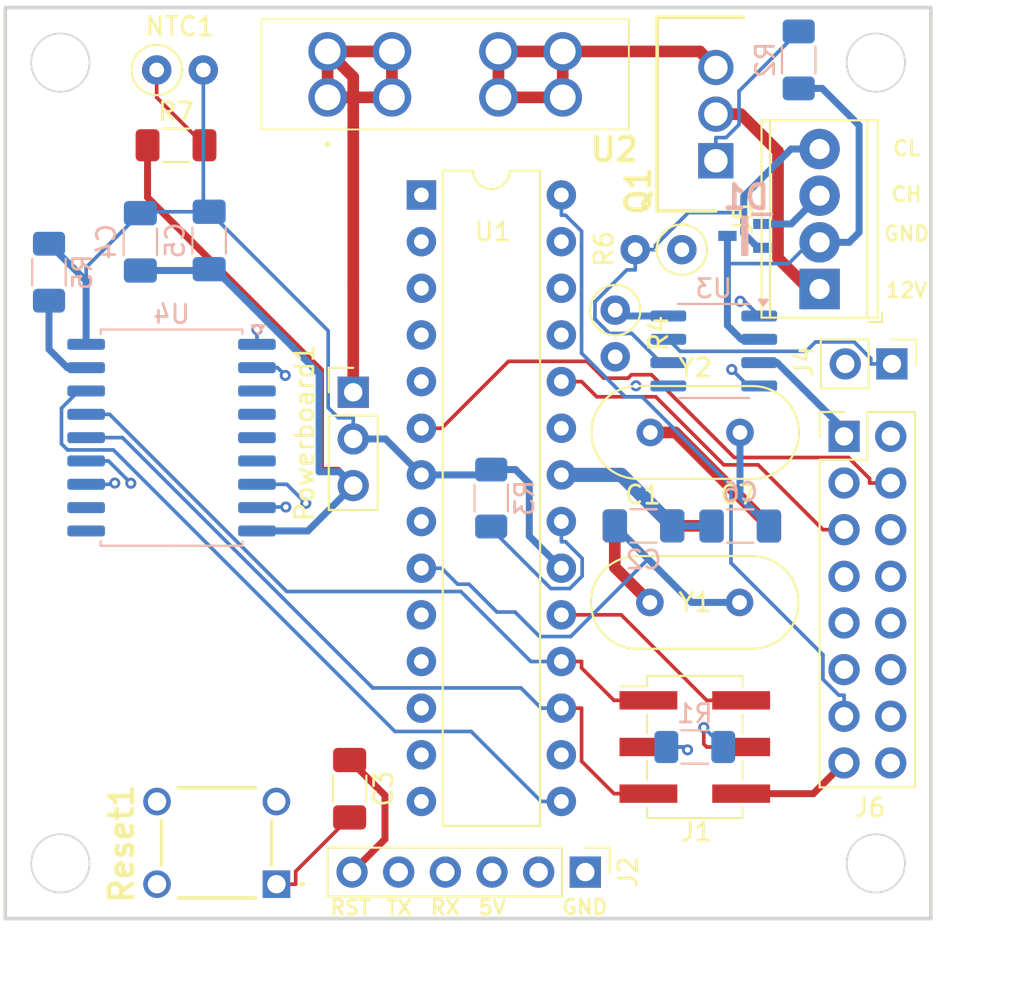
<source format=kicad_pcb>
(kicad_pcb (version 20240108) (generator "pcbnew") (generator_version "8.0")
  (layers (0 "F.Cu" signal) (1 "In1.Cu" signal) (2 "In2.Cu" signal) (31 "B.Cu" signal) (34 "B.Paste" user) (35 "F.Paste" user) (36 "B.SilkS" user "B.Silkscreen") (37 "F.SilkS" user "F.Silkscreen") (38 "B.Mask" user) (39 "F.Mask" user) (44 "Edge.Cuts" user))
  (net 0 "")
  (net 1 "GND")
  (net 2 "Net-(U1-XTAL2{slash}PB7)")
  (net 3 "Net-(U1-XTAL1{slash}PB6)")
  (net 4 "/BareMinAtmel328P/RESET")
  (net 5 "Net-(J2-Pin_6)")
  (net 6 "+5V")
  (net 7 "Net-(U4-OSC2)")
  (net 8 "Net-(U4-OSC1)")
  (net 9 "CANBUS_L")
  (net 10 "CANBUS_H")
  (net 11 "/BareMinAtmel328P/PB5-D13-SCK")
  (net 12 "/BareMinAtmel328P/PB3-D11-MOSI")
  (net 13 "/BareMinAtmel328P/PB4-D12-MISO")
  (net 15 "/BareMinAtmel328P/PD0-RX")
  (net 16 "/BareMinAtmel328P/PD1-TX")
  (net 17 "Net-(J4-Pin_2)")
  (net 18 "Net-(J5-Pin_1)")
  (net 19 "+VDC")
  (net 20 "/BareMinAtmel328P/PC2-A2")
  (net 21 "/BareMinAtmel328P/PD4-D4")
  (net 22 "/BareMinAtmel328P/PB0-D8")
  (net 23 "/BareMinAtmel328P/PC4-A4-SDA")
  (net 24 "/BareMinAtmel328P/PD7-D7")
  (net 25 "/BareMinAtmel328P/PD6-D6")
  (net 26 "/BareMinAtmel328P/PC1-A1")
  (net 27 "/BareMinAtmel328P/PB2-D10-SS")
  (net 28 "/BareMinAtmel328P/PC5-A5-SCL")
  (net 29 "/BareMinAtmel328P/PD3-D3")
  (net 30 "/BareMinAtmel328P/PD5-D5")
  (net 31 "/BareMinAtmel328P/PC3-A3")
  (net 32 "/BareMinAtmel328P/PC0-A0")
  (net 33 "Net-(Q1-Pad1)")
  (net 34 "Net-(Q1-Pad3)")
  (net 35 "/BareMinAtmel328P/AREF")
  (net 36 "Net-(U3-Rs)")
  (net 37 "Net-(U4-~{RESET})")
  (net 40 "/BareMinAtmel328P/PB1-D9")
  (net 41 "/BareMinAtmel328P/PD2-D2")
  (net 43 "/CANBUS-MCP2515/RXtoCANTC")
  (net 44 "/CANBUS-MCP2515/TXtoCANTC")
  (footprint "Capacitor_SMD:C_1206_3216Metric_Pad1.33x1.80mm_HandSolder" (layer "F.Cu") (at 118.7504 92.934 -90)
    (property "Reference" "C3" (at 0 -1.85 90) (layer "F.SilkS"))
    (property "Value" "100nf")
    (pad "1" smd roundrect (at -1.5625 0 270) (size 1.325 1.8) (layers "F.Cu" "F.Paste" "F.Mask") (roundrect_rratio 0.188679) (net 5 "Net-(J2-Pin_6)"))
    (pad "2" smd roundrect (at 1.5625 0 270) (size 1.325 1.8) (layers "F.Cu" "F.Paste" "F.Mask") (roundrect_rratio 0.188679) (net 4 "/BareMinAtmel328P/RESET"))
  )
  (footprint "Connector_PinHeader_2.54mm:PinHeader_2x08_P2.54mm_Vertical" (layer "F.Cu") (at 145.6707 73.7502)
    (property "Reference" "J6" (at 1.408795 20.221635 0) (layer "F.SilkS"))
    (property "Value" "Conn_02x08_Odd_Even")
    (pad "1" thru_hole rect (at 0 0) (size 1.7 1.7) (drill 1) (layers "*.Cu" "*.Mask") (net 6 "+5V"))
    (pad "2" thru_hole oval (at 2.54 0) (size 1.7 1.7) (drill 1) (layers "*.Cu" "*.Mask") (net 29 "/BareMinAtmel328P/PD3-D3"))
    (pad "3" thru_hole oval (at 0 2.54) (size 1.7 1.7) (drill 1) (layers "*.Cu" "*.Mask") (net 19 "+VDC"))
    (pad "4" thru_hole oval (at 2.54 2.54) (size 1.7 1.7) (drill 1) (layers "*.Cu" "*.Mask") (net 21 "/BareMinAtmel328P/PD4-D4"))
    (pad "5" thru_hole oval (at 0 5.08) (size 1.7 1.7) (drill 1) (layers "*.Cu" "*.Mask") (net 26 "/BareMinAtmel328P/PC1-A1"))
    (pad "6" thru_hole oval (at 2.54 5.08) (size 1.7 1.7) (drill 1) (layers "*.Cu" "*.Mask") (net 30 "/BareMinAtmel328P/PD5-D5"))
    (pad "7" thru_hole oval (at 0 7.62) (size 1.7 1.7) (drill 1) (layers "*.Cu" "*.Mask") (net 20 "/BareMinAtmel328P/PC2-A2"))
    (pad "8" thru_hole oval (at 2.54 7.62) (size 1.7 1.7) (drill 1) (layers "*.Cu" "*.Mask") (net 25 "/BareMinAtmel328P/PD6-D6"))
    (pad "9" thru_hole oval (at 0 10.16) (size 1.7 1.7) (drill 1) (layers "*.Cu" "*.Mask") (net 31 "/BareMinAtmel328P/PC3-A3"))
    (pad "10" thru_hole oval (at 2.54 10.16) (size 1.7 1.7) (drill 1) (layers "*.Cu" "*.Mask") (net 24 "/BareMinAtmel328P/PD7-D7"))
    (pad "11" thru_hole oval (at 0 12.7) (size 1.7 1.7) (drill 1) (layers "*.Cu" "*.Mask") (net 23 "/BareMinAtmel328P/PC4-A4-SDA"))
    (pad "12" thru_hole oval (at 2.54 12.7) (size 1.7 1.7) (drill 1) (layers "*.Cu" "*.Mask") (net 22 "/BareMinAtmel328P/PB0-D8"))
    (pad "13" thru_hole oval (at 0 15.24) (size 1.7 1.7) (drill 1) (layers "*.Cu" "*.Mask") (net 28 "/BareMinAtmel328P/PC5-A5-SCL"))
    (pad "14" thru_hole oval (at 2.54 15.24) (size 1.7 1.7) (drill 1) (layers "*.Cu" "*.Mask") (net 27 "/BareMinAtmel328P/PB2-D10-SS"))
    (pad "15" thru_hole oval (at 0 17.78) (size 1.7 1.7) (drill 1) (layers "*.Cu" "*.Mask") (net 1 "GND"))
    (pad "16" thru_hole oval (at 2.54 17.78) (size 1.7 1.7) (drill 1) (layers "*.Cu" "*.Mask") (net 1 "GND"))
  )
  (footprint "Resistor_THT:R_Axial_DIN0207_L6.3mm_D2.5mm_P2.54mm_Vertical" (layer "F.Cu") (at 133.2127 66.8761 -90)
    (property "Reference" "R4" (at 1.270233 -2.354649 90) (layer "F.SilkS"))
    (property "Value" "17k")
    (pad "1" thru_hole circle (at 0 0 270) (size 1.6 1.6) (drill 0.8) (layers "*.Cu" "*.Mask") (net 36 "Net-(U3-Rs)"))
    (pad "2" thru_hole oval (at 2.54 0 270) (size 1.6 1.6) (drill 0.8) (layers "*.Cu" "*.Mask") (net 1 "GND"))
  )
  (footprint "Resistor_SMD:R_1206_3216Metric_Pad1.30x1.75mm_HandSolder" (layer "F.Cu") (at 109.298 57.9004)
    (property "Reference" "R7" (at 0 -1.82 0) (layer "F.SilkS"))
    (property "Value" "10k")
    (pad "1" smd roundrect (at -1.55 0) (size 1.3 1.75) (layers "F.Cu" "F.Paste" "F.Mask") (roundrect_rratio 0.192308) (net 1 "GND"))
    (pad "2" smd roundrect (at 1.55 0) (size 1.3 1.75) (layers "F.Cu" "F.Paste" "F.Mask") (roundrect_rratio 0.192308) (net 32 "/BareMinAtmel328P/PC0-A0"))
  )
  (footprint "Connector_PinHeader_2.54mm:PinHeader_2x03_P2.54mm_Vertical_SMD" (layer "F.Cu") (at 137.5433 90.6621)
    (property "Reference" "J1" (at 0.088373 4.619066 0) (layer "F.SilkS"))
    (property "Value" "ICSP")
    (pad "1" smd rect (at -2.525 -2.54) (size 3.15 1) (layers "F.Cu" "F.Paste" "F.Mask") (net 13 "/BareMinAtmel328P/PB4-D12-MISO"))
    (pad "2" smd rect (at 2.525 -2.54) (size 3.15 1) (layers "F.Cu" "F.Paste" "F.Mask") (net 11 "/BareMinAtmel328P/PB5-D13-SCK"))
    (pad "3" smd rect (at -2.525 0) (size 3.15 1) (layers "F.Cu" "F.Paste" "F.Mask") (net 4 "/BareMinAtmel328P/RESET"))
    (pad "4" smd rect (at 2.525 0) (size 3.15 1) (layers "F.Cu" "F.Paste" "F.Mask") (net 6 "+5V"))
    (pad "5" smd rect (at -2.525 2.54) (size 3.15 1) (layers "F.Cu" "F.Paste" "F.Mask") (net 12 "/BareMinAtmel328P/PB3-D11-MOSI"))
    (pad "6" smd rect (at 2.525 2.54) (size 3.15 1) (layers "F.Cu" "F.Paste" "F.Mask") (net 1 "GND"))
  )
  (footprint "Resistor_THT:R_Axial_DIN0207_L6.3mm_D2.5mm_P2.54mm_Vertical" (layer "F.Cu") (at 108.2457 53.8005)
    (property "Reference" "NTC1" (at 1.27 -2.37 0) (layer "F.SilkS"))
    (property "Value" "10k")
    (pad "1" thru_hole circle (at 0 0) (size 1.6 1.6) (drill 0.8) (layers "*.Cu" "*.Mask") (net 32 "/BareMinAtmel328P/PC0-A0"))
    (pad "2" thru_hole oval (at 2.54 0) (size 1.6 1.6) (drill 0.8) (layers "*.Cu" "*.Mask") (net 6 "+5V"))
  )
  (footprint "Capacitor_SMD:C_1206_3216Metric_Pad1.33x1.80mm_HandSolder" (layer "F.Cu") (at 134.7505 78.6225)
    (property "Reference" "C1" (at -0.032988 -1.68824 0) (layer "F.SilkS"))
    (property "Value" "22nf")
    (pad "1" smd roundrect (at -1.5625 0) (size 1.325 1.8) (layers "F.Cu" "F.Paste" "F.Mask") (roundrect_rratio 0.188679) (net 2 "Net-(U1-XTAL2{slash}PB7)"))
    (pad "2" smd roundrect (at 1.5625 0) (size 1.325 1.8) (layers "F.Cu" "F.Paste" "F.Mask") (roundrect_rratio 0.188679) (net 1 "GND"))
  )
  (footprint "Resistor_THT:R_Axial_DIN0207_L6.3mm_D2.5mm_P2.54mm_Vertical" (layer "F.Cu") (at 136.841 63.5835 180)
    (property "Reference" "R6" (at 4.245813 0.041861 -90) (layer "F.SilkS"))
    (property "Value" "120")
    (pad "1" thru_hole circle (at 0 0 180) (size 1.6 1.6) (drill 0.8) (layers "*.Cu" "*.Mask") (net 17 "Net-(J4-Pin_2)"))
    (pad "2" thru_hole oval (at 2.54 0 180) (size 1.6 1.6) (drill 0.8) (layers "*.Cu" "*.Mask") (net 9 "CANBUS_L"))
  )
  (footprint "Connector_PinHeader_2.54mm:PinHeader_1x03_P2.54mm_Vertical" (layer "F.Cu") (at 118.9469 71.3482)
    (property "Reference" "Powerboard1" (at -2.653373 2.208433 90) (layer "F.SilkS"))
    (property "Value" "Conn_01x03" (hide yes))
    (pad "1" thru_hole rect (at 0 0) (size 1.7 1.7) (drill 1) (layers "*.Cu" "*.Mask") (net 19 "+VDC"))
    (pad "2" thru_hole oval (at 0 2.54) (size 1.7 1.7) (drill 1) (layers "*.Cu" "*.Mask") (net 6 "+5V"))
    (pad "3" thru_hole oval (at 0 5.08) (size 1.7 1.7) (drill 1) (layers "*.Cu" "*.Mask") (net 1 "GND"))
  )
  (footprint "Connector_PinHeader_2.54mm:PinHeader_1x02_P2.54mm_Vertical" (layer "F.Cu") (at 148.2775 69.8053 -90)
    (property "Reference" "J4" (at -0.135532 4.80964 90) (layer "F.SilkS"))
    (property "Value" "Conn_01x02")
    (pad "1" thru_hole rect (at 0 0 270) (size 1.7 1.7) (drill 1) (layers "*.Cu" "*.Mask") (net 10 "CANBUS_H"))
    (pad "2" thru_hole oval (at 0 2.54 270) (size 1.7 1.7) (drill 1) (layers "*.Cu" "*.Mask") (net 17 "Net-(J4-Pin_2)"))
  )
  (footprint "SamacSys_Parts:17861650001" (layer "F.Cu") (at 117.5543 55.2909)
    (property "Reference" "U2" (at 15.611993 2.84627 0) (layer "F.SilkS") (effects (font (size 1.27 1.27) (thickness 0.254))))
    (property "Value" "178.6165.0001" (hide yes))
    (pad "" np_thru_hole circle (at 6.4 -1.25) (size 2.4 2.4) (drill 2.4) (layers "*.Cu" "*.Mask"))
    (pad "1" thru_hole circle (at 0 0) (size 2.1 2.1) (drill 1.4) (layers "*.Cu" "*.Mask") (net 19 "+VDC"))
    (pad "2" thru_hole circle (at 3.5 0) (size 2.1 2.1) (drill 1.4) (layers "*.Cu" "*.Mask") (net 19 "+VDC"))
    (pad "3" thru_hole circle (at 9.3 0) (size 2.1 2.1) (drill 1.4) (layers "*.Cu" "*.Mask") (net 34 "Net-(Q1-Pad3)"))
    (pad "4" thru_hole circle (at 12.8 0) (size 2.1 2.1) (drill 1.4) (layers "*.Cu" "*.Mask") (net 34 "Net-(Q1-Pad3)"))
    (pad "5" thru_hole circle (at 12.8 -2.5) (size 2.1 2.1) (drill 1.4) (layers "*.Cu" "*.Mask") (net 34 "Net-(Q1-Pad3)"))
    (pad "6" thru_hole circle (at 9.3 -2.5) (size 2.1 2.1) (drill 1.4) (layers "*.Cu" "*.Mask") (net 34 "Net-(Q1-Pad3)"))
    (pad "7" thru_hole circle (at 3.5 -2.5) (size 2.1 2.1) (drill 1.4) (layers "*.Cu" "*.Mask") (net 19 "+VDC"))
    (pad "8" thru_hole circle (at 0 -2.5) (size 2.1 2.1) (drill 1.4) (layers "*.Cu" "*.Mask") (net 19 "+VDC"))
  )
  (footprint "TerminalBlock_Phoenix:TerminalBlock_Phoenix_MPT-0,5-4-2.54_1x04_P2.54mm_Horizontal" (layer "F.Cu") (at 144.3379 65.725 90)
    (property "Reference" "J5" (at 3.81 -4.16 -90) (layer "F.SilkS"))
    (property "Value" "Power_And_CAN")
    (pad "1" thru_hole rect (at 0 0 90) (size 2.2 2.2) (drill 1.1) (layers "*.Cu" "*.Mask") (net 18 "Net-(J5-Pin_1)"))
    (pad "2" thru_hole circle (at 2.54 0 90) (size 2.2 2.2) (drill 1.1) (layers "*.Cu" "*.Mask") (net 1 "GND"))
    (pad "3" thru_hole circle (at 5.08 0 90) (size 2.2 2.2) (drill 1.1) (layers "*.Cu" "*.Mask") (net 10 "CANBUS_H"))
    (pad "4" thru_hole circle (at 7.62 0 90) (size 2.2 2.2) (drill 1.1) (layers "*.Cu" "*.Mask") (net 9 "CANBUS_L"))
  )
  (footprint "SamacSys_Parts:TO254P469X1042X1967-3P" (layer "F.Cu") (at 138.6917 58.745 90)
    (property "Reference" "Q1" (at -1.643419 -4.22138 -90) (layer "F.SilkS") (effects (font (size 1.27 1.27) (thickness 0.254))))
    (property "Value" "IRF9Z34NPBF" (hide yes))
    (pad "1" thru_hole rect (at 0 0 90) (size 1.92 1.92) (drill 1.28) (layers "*.Cu" "*.Mask") (net 33 "Net-(Q1-Pad1)"))
    (pad "2" thru_hole circle (at 2.54 0 90) (size 1.92 1.92) (drill 1.28) (layers "*.Cu" "*.Mask") (net 18 "Net-(J5-Pin_1)"))
    (pad "3" thru_hole circle (at 5.08 0 90) (size 1.92 1.92) (drill 1.28) (layers "*.Cu" "*.Mask") (net 34 "Net-(Q1-Pad3)"))
  )
  (footprint "Connector_PinHeader_2.54mm:PinHeader_1x06_P2.54mm_Vertical" (layer "F.Cu") (at 131.583 97.4726 -90)
    (property "Reference" "J2" (at 0 -2.33 90) (layer "F.SilkS"))
    (property "Value" "TTL_Programmer")
    (pad "1" thru_hole rect (at 0 0 270) (size 1.7 1.7) (drill 1) (layers "*.Cu" "*.Mask") (net 1 "GND"))
    (pad "2" thru_hole oval (at 0 2.54 270) (size 1.7 1.7) (drill 1) (layers "*.Cu" "*.Mask"))
    (pad "3" thru_hole oval (at 0 5.08 270) (size 1.7 1.7) (drill 1) (layers "*.Cu" "*.Mask") (net 6 "+5V"))
    (pad "4" thru_hole oval (at 0 7.62 270) (size 1.7 1.7) (drill 1) (layers "*.Cu" "*.Mask") (net 15 "/BareMinAtmel328P/PD0-RX"))
    (pad "5" thru_hole oval (at 0 10.16 270) (size 1.7 1.7) (drill 1) (layers "*.Cu" "*.Mask") (net 16 "/BareMinAtmel328P/PD1-TX"))
    (pad "6" thru_hole oval (at 0 12.7 270) (size 1.7 1.7) (drill 1) (layers "*.Cu" "*.Mask") (net 5 "Net-(J2-Pin_6)"))
  )
  (footprint "Crystal:Crystal_HC49-U_Vertical" (layer "F.Cu") (at 135.1248 73.5365)
    (property "Reference" "Y2" (at 2.44 -3.525 0) (layer "F.SilkS"))
    (property "Value" "16MHz")
    (pad "1" thru_hole circle (at 0 0) (size 1.5 1.5) (drill 0.8) (layers "*.Cu" "*.Mask") (net 8 "Net-(U4-OSC1)"))
    (pad "2" thru_hole circle (at 4.88 0) (size 1.5 1.5) (drill 0.8) (layers "*.Cu" "*.Mask") (net 7 "Net-(U4-OSC2)"))
  )
  (footprint "SamacSys_Parts:TS0266160BK260LCRD" (layer "F.Cu") (at 114.7642 98.1316 180)
    (property "Reference" "Reset1" (at 8.425578 2.207048 -90) (layer "F.SilkS") (effects (font (size 1.27 1.27) (thickness 0.254))))
    (property "Value" "TS02-66-160-BK-260-LCR-D" (hide yes))
    (pad "1" thru_hole rect (at 0 0 180) (size 1.5 1.5) (drill 1) (layers "*.Cu" "*.Mask") (net 4 "/BareMinAtmel328P/RESET"))
    (pad "2" thru_hole circle (at 6.5 0 180) (size 1.5 1.5) (drill 1) (layers "*.Cu" "*.Mask"))
    (pad "3" thru_hole circle (at 0 4.5 180) (size 1.5 1.5) (drill 1) (layers "*.Cu" "*.Mask") (net 1 "GND"))
    (pad "4" thru_hole circle (at 6.5 4.5 180) (size 1.5 1.5) (drill 1) (layers "*.Cu" "*.Mask"))
  )
  (footprint "Crystal:Crystal_HC49-U_Vertical" (layer "F.Cu") (at 135.0999 82.7909)
    (property "Reference" "Y1" (at 2.461251 0 0) (layer "F.SilkS"))
    (property "Value" "16MHz")
    (pad "1" thru_hole circle (at 0 0) (size 1.5 1.5) (drill 0.8) (layers "*.Cu" "*.Mask") (net 2 "Net-(U1-XTAL2{slash}PB7)"))
    (pad "2" thru_hole circle (at 4.88 0) (size 1.5 1.5) (drill 0.8) (layers "*.Cu" "*.Mask") (net 3 "Net-(U1-XTAL1{slash}PB6)"))
  )
  (footprint "Capacitor_SMD:C_1206_3216Metric_Pad1.33x1.80mm_HandSolder" (layer "F.Cu") (at 140.0214 78.6336 180)
    (property "Reference" "C7" (at 0.134128 1.699267 180) (layer "F.SilkS"))
    (property "Value" "22nf")
    (pad "1" smd roundrect (at -1.5625 0 180) (size 1.325 1.8) (layers "F.Cu" "F.Paste" "F.Mask") (roundrect_rratio 0.188679) (net 8 "Net-(U4-OSC1)"))
    (pad "2" smd roundrect (at 1.5625 0 180) (size 1.325 1.8) (layers "F.Cu" "F.Paste" "F.Mask") (roundrect_rratio 0.188679) (net 1 "GND"))
  )
  (footprint "Package_DIP:DIP-28_W7.62mm" (layer "F.Cu") (at 122.6594 60.6067)
    (property "Reference" "U1" (at 3.894194 2.002959 0) (layer "F.SilkS"))
    (property "Value" "ATmega328P-P")
    (pad "1" thru_hole rect (at 0 0) (size 1.6 1.6) (drill 0.8) (layers "*.Cu" "*.Mask") (net 4 "/BareMinAtmel328P/RESET"))
    (pad "2" thru_hole oval (at 0 2.54) (size 1.6 1.6) (drill 0.8) (layers "*.Cu" "*.Mask") (net 15 "/BareMinAtmel328P/PD0-RX"))
    (pad "3" thru_hole oval (at 0 5.08) (size 1.6 1.6) (drill 0.8) (layers "*.Cu" "*.Mask") (net 16 "/BareMinAtmel328P/PD1-TX"))
    (pad "4" thru_hole oval (at 0 7.62) (size 1.6 1.6) (drill 0.8) (layers "*.Cu" "*.Mask") (net 41 "/BareMinAtmel328P/PD2-D2"))
    (pad "5" thru_hole oval (at 0 10.16) (size 1.6 1.6) (drill 0.8) (layers "*.Cu" "*.Mask") (net 29 "/BareMinAtmel328P/PD3-D3"))
    (pad "6" thru_hole oval (at 0 12.7) (size 1.6 1.6) (drill 0.8) (layers "*.Cu" "*.Mask") (net 21 "/BareMinAtmel328P/PD4-D4"))
    (pad "7" thru_hole oval (at 0 15.24) (size 1.6 1.6) (drill 0.8) (layers "*.Cu" "*.Mask") (net 6 "+5V"))
    (pad "8" thru_hole oval (at 0 17.78) (size 1.6 1.6) (drill 0.8) (layers "*.Cu" "*.Mask") (net 1 "GND"))
    (pad "9" thru_hole oval (at 0 20.32) (size 1.6 1.6) (drill 0.8) (layers "*.Cu" "*.Mask") (net 3 "Net-(U1-XTAL1{slash}PB6)"))
    (pad "10" thru_hole oval (at 0 22.86) (size 1.6 1.6) (drill 0.8) (layers "*.Cu" "*.Mask") (net 2 "Net-(U1-XTAL2{slash}PB7)"))
    (pad "11" thru_hole oval (at 0 25.4) (size 1.6 1.6) (drill 0.8) (layers "*.Cu" "*.Mask") (net 30 "/BareMinAtmel328P/PD5-D5"))
    (pad "12" thru_hole oval (at 0 27.94) (size 1.6 1.6) (drill 0.8) (layers "*.Cu" "*.Mask") (net 25 "/BareMinAtmel328P/PD6-D6"))
    (pad "13" thru_hole oval (at 0 30.48) (size 1.6 1.6) (drill 0.8) (layers "*.Cu" "*.Mask") (net 24 "/BareMinAtmel328P/PD7-D7"))
    (pad "14" thru_hole oval (at 0 33.02) (size 1.6 1.6) (drill 0.8) (layers "*.Cu" "*.Mask") (net 22 "/BareMinAtmel328P/PB0-D8"))
    (pad "15" thru_hole oval (at 7.62 33.02) (size 1.6 1.6) (drill 0.8) (layers "*.Cu" "*.Mask") (net 40 "/BareMinAtmel328P/PB1-D9"))
    (pad "16" thru_hole oval (at 7.62 30.48) (size 1.6 1.6) (drill 0.8) (layers "*.Cu" "*.Mask") (net 27 "/BareMinAtmel328P/PB2-D10-SS"))
    (pad "17" thru_hole oval (at 7.62 27.94) (size 1.6 1.6) (drill 0.8) (layers "*.Cu" "*.Mask") (net 12 "/BareMinAtmel328P/PB3-D11-MOSI"))
    (pad "18" thru_hole oval (at 7.62 25.4) (size 1.6 1.6) (drill 0.8) (layers "*.Cu" "*.Mask") (net 13 "/BareMinAtmel328P/PB4-D12-MISO"))
    (pad "19" thru_hole oval (at 7.62 22.86) (size 1.6 1.6) (drill 0.8) (layers "*.Cu" "*.Mask") (net 11 "/BareMinAtmel328P/PB5-D13-SCK"))
    (pad "20" thru_hole oval (at 7.62 20.32) (size 1.6 1.6) (drill 0.8) (layers "*.Cu" "*.Mask") (net 6 "+5V"))
    (pad "21" thru_hole oval (at 7.62 17.78) (size 1.6 1.6) (drill 0.8) (layers "*.Cu" "*.Mask") (net 35 "/BareMinAtmel328P/AREF"))
    (pad "22" thru_hole oval (at 7.62 15.24) (size 1.6 1.6) (drill 0.8) (layers "*.Cu" "*.Mask") (net 1 "GND"))
    (pad "23" thru_hole oval (at 7.62 12.7) (size 1.6 1.6) (drill 0.8) (layers "*.Cu" "*.Mask") (net 32 "/BareMinAtmel328P/PC0-A0"))
    (pad "24" thru_hole oval (at 7.62 10.16) (size 1.6 1.6) (drill 0.8) (layers "*.Cu" "*.Mask") (net 26 "/BareMinAtmel328P/PC1-A1"))
    (pad "25" thru_hole oval (at 7.62 7.62) (size 1.6 1.6) (drill 0.8) (layers "*.Cu" "*.Mask") (net 20 "/BareMinAtmel328P/PC2-A2"))
    (pad "26" thru_hole oval (at 7.62 5.08) (size 1.6 1.6) (drill 0.8) (layers "*.Cu" "*.Mask") (net 31 "/BareMinAtmel328P/PC3-A3"))
    (pad "27" thru_hole oval (at 7.62 2.54) (size 1.6 1.6) (drill 0.8) (layers "*.Cu" "*.Mask") (net 23 "/BareMinAtmel328P/PC4-A4-SDA"))
    (pad "28" thru_hole oval (at 7.62 0) (size 1.6 1.6) (drill 0.8) (layers "*.Cu" "*.Mask") (net 28 "/BareMinAtmel328P/PC5-A5-SCL"))
  )
  (footprint "Capacitor_SMD:C_1206_3216Metric_Pad1.33x1.80mm_HandSolder" (layer "B.Cu") (at 134.7571 78.6212)
    (property "Reference" "C2" (at 0 1.85 0) (layer "B.SilkS") (effects (justify mirror)))
    (property "Value" "22nf")
    (pad "1" smd roundrect (at -1.5625 0) (size 1.325 1.8) (layers "B.Cu" "B.Paste" "B.Mask") (roundrect_rratio 0.188679) (net 3 "Net-(U1-XTAL1{slash}PB6)"))
    (pad "2" smd roundrect (at 1.5625 0) (size 1.325 1.8) (layers "B.Cu" "B.Paste" "B.Mask") (roundrect_rratio 0.188679) (net 1 "GND"))
  )
  (footprint "Package_SO:SOIC-18W_7.5x11.6mm_P1.27mm" (layer "B.Cu") (at 109.0546 73.8184 180)
    (property "Reference" "U4" (at 0 6.72 180) (layer "B.SilkS") (effects (justify mirror)))
    (property "Value" "MCP2515-xSO")
    (pad "1" smd roundrect (at -4.65 5.08 180) (size 2.05 0.6) (layers "B.Cu" "B.Paste" "B.Mask") (net 44 "/CANBUS-MCP2515/TXtoCANTC"))
    (pad "2" smd roundrect (at -4.65 3.81 180) (size 2.05 0.6) (layers "B.Cu" "B.Paste" "B.Mask") (net 43 "/CANBUS-MCP2515/RXtoCANTC"))
    (pad "3" smd roundrect (at -4.65 2.54 180) (size 2.05 0.6) (layers "B.Cu" "B.Paste" "B.Mask"))
    (pad "4" smd roundrect (at -4.65 1.27 180) (size 2.05 0.6) (layers "B.Cu" "B.Paste" "B.Mask"))
    (pad "5" smd roundrect (at -4.65 0 180) (size 2.05 0.6) (layers "B.Cu" "B.Paste" "B.Mask"))
    (pad "6" smd roundrect (at -4.65 -1.27 180) (size 2.05 0.6) (layers "B.Cu" "B.Paste" "B.Mask"))
    (pad "7" smd roundrect (at -4.65 -2.54 180) (size 2.05 0.6) (layers "B.Cu" "B.Paste" "B.Mask") (net 7 "Net-(U4-OSC2)"))
    (pad "8" smd roundrect (at -4.65 -3.81 180) (size 2.05 0.6) (layers "B.Cu" "B.Paste" "B.Mask") (net 8 "Net-(U4-OSC1)"))
    (pad "9" smd roundrect (at -4.65 -5.08 180) (size 2.05 0.6) (layers "B.Cu" "B.Paste" "B.Mask") (net 1 "GND"))
    (pad "10" smd roundrect (at 4.65 -5.08 180) (size 2.05 0.6) (layers "B.Cu" "B.Paste" "B.Mask"))
    (pad "11" smd roundrect (at 4.65 -3.81 180) (size 2.05 0.6) (layers "B.Cu" "B.Paste" "B.Mask"))
    (pad "12" smd roundrect (at 4.65 -2.54 180) (size 2.05 0.6) (layers "B.Cu" "B.Paste" "B.Mask") (net 41 "/BareMinAtmel328P/PD2-D2"))
    (pad "13" smd roundrect (at 4.65 -1.27 180) (size 2.05 0.6) (layers "B.Cu" "B.Paste" "B.Mask") (net 11 "/BareMinAtmel328P/PB5-D13-SCK"))
    (pad "14" smd roundrect (at 4.65 0 180) (size 2.05 0.6) (layers "B.Cu" "B.Paste" "B.Mask") (net 12 "/BareMinAtmel328P/PB3-D11-MOSI"))
    (pad "15" smd roundrect (at 4.65 1.27 180) (size 2.05 0.6) (layers "B.Cu" "B.Paste" "B.Mask") (net 13 "/BareMinAtmel328P/PB4-D12-MISO"))
    (pad "16" smd roundrect (at 4.65 2.54 180) (size 2.05 0.6) (layers "B.Cu" "B.Paste" "B.Mask") (net 40 "/BareMinAtmel328P/PB1-D9"))
    (pad "17" smd roundrect (at 4.65 3.81 180) (size 2.05 0.6) (layers "B.Cu" "B.Paste" "B.Mask") (net 37 "Net-(U4-~{RESET})"))
    (pad "18" smd roundrect (at 4.65 5.08 180) (size 2.05 0.6) (layers "B.Cu" "B.Paste" "B.Mask") (net 6 "+5V"))
  )
  (footprint "Resistor_SMD:R_1206_3216Metric_Pad1.30x1.75mm_HandSolder" (layer "B.Cu") (at 137.5433 90.6621 180)
    (property "Reference" "R1" (at 0 1.82 180) (layer "B.SilkS") (effects (justify mirror)))
    (property "Value" "10k")
    (pad "1" smd roundrect (at -1.55 0 180) (size 1.3 1.75) (layers "B.Cu" "B.Paste" "B.Mask") (roundrect_rratio 0.192308) (net 6 "+5V"))
    (pad "2" smd roundrect (at 1.55 0 180) (size 1.3 1.75) (layers "B.Cu" "B.Paste" "B.Mask") (roundrect_rratio 0.192308) (net 4 "/BareMinAtmel328P/RESET"))
  )
  (footprint "Capacitor_SMD:C_1206_3216Metric_Pad1.33x1.80mm_HandSolder" (layer "B.Cu") (at 107.3557 63.1569 -90)
    (property "Reference" "C4" (at 0 1.85 90) (layer "B.SilkS") (effects (justify mirror)))
    (property "Value" "100nf")
    (pad "1" smd roundrect (at -1.5625 0 270) (size 1.325 1.8) (layers "B.Cu" "B.Paste" "B.Mask") (roundrect_rratio 0.188679) (net 6 "+5V"))
    (pad "2" smd roundrect (at 1.5625 0 270) (size 1.325 1.8) (layers "B.Cu" "B.Paste" "B.Mask") (roundrect_rratio 0.188679) (net 1 "GND"))
  )
  (footprint "Package_SO:SOIC-8_3.9x4.9mm_P1.27mm" (layer "B.Cu") (at 138.5753 69.1 180)
    (property "Reference" "U3" (at 0 3.4 180) (layer "B.SilkS") (effects (justify mirror)))
    (property "Value" "MCP2551-I-SN")
    (pad "1" smd roundrect (at -2.475 1.905 180) (size 1.95 0.6) (layers "B.Cu" "B.Paste" "B.Mask") (net 44 "/CANBUS-MCP2515/TXtoCANTC"))
    (pad "2" smd roundrect (at -2.475 0.635 180) (size 1.95 0.6) (layers "B.Cu" "B.Paste" "B.Mask") (net 1 "GND"))
    (pad "3" smd roundrect (at -2.475 -0.635 180) (size 1.95 0.6) (layers "B.Cu" "B.Paste" "B.Mask") (net 6 "+5V"))
    (pad "4" smd roundrect (at -2.475 -1.905 180) (size 1.95 0.6) (layers "B.Cu" "B.Paste" "B.Mask") (net 43 "/CANBUS-MCP2515/RXtoCANTC"))
    (pad "5" smd roundrect (at 2.475 -1.905 180) (size 1.95 0.6) (layers "B.Cu" "B.Paste" "B.Mask"))
    (pad "6" smd roundrect (at 2.475 -0.635 180) (size 1.95 0.6) (layers "B.Cu" "B.Paste" "B.Mask") (net 9 "CANBUS_L"))
    (pad "7" smd roundrect (at 2.475 0.635 180) (size 1.95 0.6) (layers "B.Cu" "B.Paste" "B.Mask") (net 10 "CANBUS_H"))
    (pad "8" smd roundrect (at 2.475 1.905 180) (size 1.95 0.6) (layers "B.Cu" "B.Paste" "B.Mask") (net 36 "Net-(U3-Rs)"))
  )
  (footprint "Resistor_SMD:R_1206_3216Metric_Pad1.30x1.75mm_HandSolder" (layer "B.Cu") (at 102.3829 64.8116 90)
    (property "Reference" "R5" (at 0 1.82 -90) (layer "B.SilkS") (effects (justify mirror)))
    (property "Value" "10k")
    (pad "1" smd roundrect (at -1.55 0 90) (size 1.3 1.75) (layers "B.Cu" "B.Paste" "B.Mask") (roundrect_rratio 0.192308) (net 37 "Net-(U4-~{RESET})"))
    (pad "2" smd roundrect (at 1.55 0 90) (size 1.3 1.75) (layers "B.Cu" "B.Paste" "B.Mask") (roundrect_rratio 0.192308) (net 6 "+5V"))
  )
  (footprint "Resistor_SMD:R_1206_3216Metric_Pad1.30x1.75mm_HandSolder" (layer "B.Cu") (at 126.4594 77.1067 90)
    (property "Reference" "R3" (at 0 1.82 -90) (layer "B.SilkS") (effects (justify mirror)))
    (property "Value" "4.7k")
    (pad "1" smd roundrect (at -1.55 0 90) (size 1.3 1.75) (layers "B.Cu" "B.Paste" "B.Mask") (roundrect_rratio 0.192308) (net 35 "/BareMinAtmel328P/AREF"))
    (pad "2" smd roundrect (at 1.55 0 90) (size 1.3 1.75) (layers "B.Cu" "B.Paste" "B.Mask") (roundrect_rratio 0.192308) (net 6 "+5V"))
  )
  (footprint "Resistor_SMD:R_1206_3216Metric_Pad1.30x1.75mm_HandSolder" (layer "B.Cu") (at 143.2011 53.253 -90)
    (property "Reference" "R2" (at 0 1.82 90) (layer "B.SilkS") (effects (justify mirror)))
    (property "Value" "10k")
    (pad "1" smd roundrect (at -1.55 0 270) (size 1.3 1.75) (layers "B.Cu" "B.Paste" "B.Mask") (roundrect_rratio 0.192308) (net 33 "Net-(Q1-Pad1)"))
    (pad "2" smd roundrect (at 1.55 0 270) (size 1.3 1.75) (layers "B.Cu" "B.Paste" "B.Mask") (roundrect_rratio 0.192308) (net 1 "GND"))
  )
  (footprint "Capacitor_SMD:C_1206_3216Metric_Pad1.33x1.80mm_HandSolder" (layer "B.Cu") (at 111.1027 63.083 -90)
    (property "Reference" "C5" (at 0 1.85 90) (layer "B.SilkS") (effects (justify mirror)))
    (property "Value" "100nf")
    (pad "1" smd roundrect (at -1.5625 0 270) (size 1.325 1.8) (layers "B.Cu" "B.Paste" "B.Mask") (roundrect_rratio 0.188679) (net 6 "+5V"))
    (pad "2" smd roundrect (at 1.5625 0 270) (size 1.325 1.8) (layers "B.Cu" "B.Paste" "B.Mask") (roundrect_rratio 0.188679) (net 1 "GND"))
  )
  (footprint "SamacSys_Parts:SOT65P210X110-3N" (layer "B.Cu") (at 140.2698 62.8344 180)
    (property "Reference" "D1" (at -0.061 2.111018 180) (layer "B.SilkS") (effects (font (size 1.27 1.27) (thickness 0.254)) (justify mirror)))
    (property "Value" "PESD5V0L2UU,115" (hide yes))
    (pad "1" smd rect (at -0.95 0.65 90) (size 0.55 1) (layers "B.Cu" "B.Paste" "B.Mask") (net 10 "CANBUS_H"))
    (pad "2" smd rect (at -0.95 -0.65 90) (size 0.55 1) (layers "B.Cu" "B.Paste" "B.Mask") (net 9 "CANBUS_L"))
    (pad "3" smd rect (at 0.95 0 90) (size 0.55 1) (layers "B.Cu" "B.Paste" "B.Mask") (net 1 "GND"))
  )
  (footprint "Capacitor_SMD:C_1206_3216Metric_Pad1.33x1.80mm_HandSolder" (layer "B.Cu") (at 140.0154 78.631 180)
    (property "Reference" "C6" (at 0 1.85 180) (layer "B.SilkS") (effects (justify mirror)))
    (property "Value" "22nf")
    (pad "1" smd roundrect (at -1.5625 0 180) (size 1.325 1.8) (layers "B.Cu" "B.Paste" "B.Mask") (roundrect_rratio 0.188679) (net 7 "Net-(U4-OSC2)"))
    (pad "2" smd roundrect (at 1.5625 0 180) (size 1.325 1.8) (layers "B.Cu" "B.Paste" "B.Mask") (roundrect_rratio 0.188679) (net 1 "GND"))
  )
  (gr_circle (center 147.4 97) (end 148.9875 97) (stroke (width 0.1)) (fill none) (layer "Edge.Cuts"))
  (gr_line (start 100 50.4) (end 100 100) (stroke (width 0.2)) (layer "Edge.Cuts"))
  (gr_line (start 100 50.4) (end 150.4 50.4) (stroke (width 0.2)) (layer "Edge.Cuts"))
  (gr_circle (center 103 53.4) (end 104.5875 53.4) (stroke (width 0.1)) (fill none) (layer "Edge.Cuts"))
  (gr_circle (center 103 97) (end 104.5875 97) (stroke (width 0.1)) (fill none) (layer "Edge.Cuts"))
  (gr_line (start 100 100) (end 150.4 100) (stroke (width 0.2)) (layer "Edge.Cuts"))
  (gr_line (start 150.4 50.4) (end 150.4 100) (stroke (width 0.2)) (layer "Edge.Cuts"))
  (gr_circle (center 147.4 53.4) (end 148.9875 53.4) (stroke (width 0.1)) (fill none) (layer "Edge.Cuts"))
  (gr_text "CH" (at 148.155057 61.049647 0) (layer "F.SilkS") (effects (font (size 0.8 0.8) (thickness 0.15) (bold yes)) (justify left bottom)))
  (gr_text "CL" (at 148.250295 58.535791 0) (layer "F.SilkS") (effects (font (size 0.8 0.8) (thickness 0.15) (bold yes)) (justify left bottom)))
  (gr_text "GND" (at 130.234179 99.84831 0) (layer "F.SilkS") (effects (font (size 0.8 0.8) (thickness 0.15) (bold yes)) (justify left bottom)))
  (gr_text "RST" (at 117.610355 99.87506 0) (layer "F.SilkS") (effects (font (size 0.8 0.8) (thickness 0.15) (bold yes)) (justify left bottom)))
  (gr_text "5V" (at 125.689713 99.87506 0) (layer "F.SilkS") (effects (font (size 0.8 0.8) (thickness 0.15) (bold yes)) (justify left bottom)))
  (gr_text "GND" (at 147.755057 63.1883 0) (layer "F.SilkS") (effects (font (size 0.8 0.8) (thickness 0.15) (bold yes)) (justify left bottom)))
  (gr_text "RX" (at 123.075803 99.862554 0) (layer "F.SilkS") (effects (font (size 0.8 0.8) (thickness 0.15) (bold yes)) (justify left bottom)))
  (gr_text "TX" (at 120.649495 99.887567 0) (layer "F.SilkS") (effects (font (size 0.8 0.8) (thickness 0.15) (bold yes)) (justify left bottom)))
  (gr_text "12V" (at 147.869342 66.26496 0) (layer "F.SilkS") (effects (font (size 0.8 0.8) (thickness 0.15) (bold yes)) (justify left bottom)))
  (segment (start 118.119 75.6008) (end 118.9469 76.4282) (width 0.381) (layer "F.Cu") (net 1))
  (segment (start 136.313 78.6225) (end 138.448 78.6225) (width 0.635) (layer "F.Cu") (net 1))
  (segment (start 133.537 75.8467) (end 136.313 78.6225) (width 0.762) (layer "F.Cu") (net 1))
  (segment (start 117.165 70.1557) (end 117.165 75.6008) (width 0.381) (layer "F.Cu") (net 1))
  (segment (start 130.2794 75.8467) (end 133.537 75.8467) (width 0.762) (layer "F.Cu") (net 1))
  (segment (start 107.748 60.7387) (end 117.165 70.1557) (width 0.381) (layer "F.Cu") (net 1))
  (segment (start 140.0683 93.2021) (end 143.999 93.2021) (width 0.381) (layer "F.Cu") (net 1))
  (segment (start 107.748 57.9004) (end 107.748 60.7387) (width 0.381) (layer "F.Cu") (net 1))
  (segment (start 143.999 93.2021) (end 145.6708 91.5303) (width 0.381) (layer "F.Cu") (net 1))
  (segment (start 117.165 75.6008) (end 118.119 75.6008) (width 0.381) (layer "F.Cu") (net 1))
  (segment (start 118.195 75.6764) (end 117.091 75.6764) (width 0.381) (layer "B.Cu") (net 1))
  (segment (start 136.32 78.6212) (end 138.443 78.6212) (width 0.381) (layer "B.Cu") (net 1))
  (segment (start 116.477 78.8984) (end 118.947 76.4282) (width 0.381) (layer "B.Cu") (net 1))
  (segment (start 143.8123 63.185) (end 142.6546 64.3427) (width 0.2) (layer "B.Cu") (net 1))
  (segment (start 144.475 54.803) (end 146.491 56.8186) (width 0.381) (layer "B.Cu") (net 1))
  (segment (start 113.705 78.8984) (end 116.477 78.8984) (width 0.381) (layer "B.Cu") (net 1))
  (segment (start 143.2011 54.803) (end 144.475 54.803) (width 0.381) (layer "B.Cu") (net 1))
  (segment (start 139.32 63.5885) (end 139.3198 63.5883) (width 0.2) (layer "B.Cu") (net 1))
  (segment (start 146.491 62.6436) (end 145.949 63.185) (width 0.381) (layer "B.Cu") (net 1))
  (segment (start 139.32 64.3427) (end 139.32 63.5885) (width 0.381) (layer "B.Cu") (net 1))
  (segment (start 130.2794 75.8467) (end 133.545 75.8467) (width 0.762) (layer "B.Cu") (net 1))
  (segment (start 111.029 64.7194) (end 107.356 64.7194) (width 0.381) (layer "B.Cu") (net 1))
  (segment (start 117.091 75.6764) (end 117.091 70.3313) (width 0.381) (layer "B.Cu") (net 1))
  (segment (start 139.32 63.5885) (end 139.32 62.8344) (width 0.381) (layer "B.Cu") (net 1))
  (segment (start 139.3198 63.5883) (end 139.3198 62.8344) (width 0.2) (layer "B.Cu") (net 1))
  (segment (start 117.091 70.3313) (end 111.405 64.6455) (width 0.381) (layer "B.Cu") (net 1))
  (segment (start 145.949 63.185) (end 144.338 63.185) (width 0.381) (layer "B.Cu") (net 1))
  (segment (start 142.6546 64.3427) (end 139.32 64.3427) (width 0.2) (layer "B.Cu") (net 1))
  (segment (start 141.05 68.465) (end 140.075 68.465) (width 0.381) (layer "B.Cu") (net 1))
  (segment (start 133.545 75.8467) (end 136.3198 78.621) (width 0.762) (layer "B.Cu") (net 1))
  (segment (start 139.32 67.7096) (end 139.32 64.3427) (width 0.381) (layer "B.Cu") (net 1))
  (segment (start 140.075 68.465) (end 139.32 67.7096) (width 0.381) (layer "B.Cu") (net 1))
  (segment (start 118.9469 76.4282) (end 118.195 75.6764) (width 0.381) (layer "B.Cu") (net 1))
  (segment (start 146.491 56.8186) (end 146.491 62.6436) (width 0.381) (layer "B.Cu") (net 1))
  (segment (start 133.188 80.8789) (end 135.0999 82.7908) (width 0.635) (layer "F.Cu") (net 2))
  (segment (start 133.188 78.6225) (end 133.188 80.8789) (width 0.635) (layer "F.Cu") (net 2))
  (segment (start 135.0033 80.4298) (end 133.195 78.6212) (width 0.381) (layer "B.Cu") (net 3))
  (segment (start 122.6594 80.9267) (end 123.7595 80.9267) (width 0.2) (layer "B.Cu") (net 3))
  (segment (start 125.2519 81.7965) (end 124.6293 81.7965) (width 0.2) (layer "B.Cu") (net 3))
  (segment (start 130.7852 84.6478) (end 129.0903 84.6478) (width 0.2) (layer "B.Cu") (net 3))
  (segment (start 126.7694 83.314) (end 125.2519 81.7965) (width 0.2) (layer "B.Cu") (net 3))
  (segment (start 137.364 82.7909) (end 135.0033 80.4298) (width 0.381) (layer "B.Cu") (net 3))
  (segment (start 124.6293 81.7965) (end 123.7595 80.9267) (width 0.2) (layer "B.Cu") (net 3))
  (segment (start 129.0903 84.6478) (end 127.7565 83.314) (width 0.2) (layer "B.Cu") (net 3))
  (segment (start 127.7565 83.314) (end 126.7694 83.314) (width 0.2) (layer "B.Cu") (net 3))
  (segment (start 135.0033 80.4298) (end 135.0032 80.4298) (width 0.2) (layer "B.Cu") (net 3))
  (segment (start 135.0032 80.4298) (end 130.7852 84.6478) (width 0.2) (layer "B.Cu") (net 3))
  (segment (start 139.9799 82.7909) (end 137.364 82.7909) (width 0.381) (layer "B.Cu") (net 3))
  (segment (start 115.8143 98.1316) (end 115.8143 97.4328) (width 0.2) (layer "F.Cu") (net 4))
  (segment (start 135.0183 90.6621) (end 136.8934 90.6621) (width 0.2) (layer "F.Cu") (net 4))
  (segment (start 137.0488 90.8175) (end 136.8934 90.6621) (width 0.2) (layer "F.Cu") (net 4))
  (segment (start 114.7642 98.1316) (end 115.8143 98.1316) (width 0.2) (layer "F.Cu") (net 4))
  (segment (start 137.149 90.8175) (end 137.0488 90.8175) (width 0.2) (layer "F.Cu") (net 4))
  (segment (start 115.8143 97.4328) (end 118.475 94.7721) (width 0.2) (layer "F.Cu") (net 4))
  (via (at 137.149 90.8175) (size 0.6) (drill 0.3) (layers "F.Cu" "B.Cu") (net 4))
  (segment (start 136.9936 90.6621) (end 137.149 90.8175) (width 0.2) (layer "B.Cu") (net 4))
  (segment (start 135.9933 90.6621) (end 136.9936 90.6621) (width 0.2) (layer "B.Cu") (net 4))
  (segment (start 120.675 93.2961) (end 119.7125 92.3338) (width 0.381) (layer "F.Cu") (net 5))
  (segment (start 119.7125 92.3338) (end 118.75 91.3715) (width 0.381) (layer "F.Cu") (net 5))
  (segment (start 120.675 95.6805) (end 120.675 93.2961) (width 0.381) (layer "F.Cu") (net 5))
  (segment (start 118.883 97.4726) (end 120.675 95.6805) (width 0.381) (layer "F.Cu") (net 5))
  (segment (start 119.7125 92.3338) (end 118.7504 91.3717) (width 0.2) (layer "F.Cu") (net 5))
  (segment (start 138.034 89.6028) (end 138.034 90.5029) (width 0.2) (layer "F.Cu") (net 6))
  (segment (start 140.0683 90.6621) (end 138.1932 90.6621) (width 0.2) (layer "F.Cu") (net 6))
  (segment (start 138.034 90.5029) (end 138.1932 90.6621) (width 0.2) (layer "F.Cu") (net 6))
  (via (at 138.034 89.6028) (size 0.6) (drill 0.3) (layers "F.Cu" "B.Cu") (net 6))
  (segment (start 128.533 79.1799) (end 130.279 80.9267) (width 0.381) (layer "B.Cu") (net 6))
  (segment (start 111.1027 61.5205) (end 117.5817 67.9995) (width 0.2) (layer "B.Cu") (net 6))
  (segment (start 102.383 63.2616) (end 104.405 65.2833) (width 0.381) (layer "B.Cu") (net 6))
  (segment (start 138.034 89.6028) (end 139.0933 90.6621) (width 0.2) (layer "B.Cu") (net 6))
  (segment (start 117.5817 67.9995) (end 117.5817 72.1862) (width 0.2) (layer "B.Cu") (net 6))
  (segment (start 141.0503 69.735) (end 142.025 69.735) (width 0.381) (layer "B.Cu") (net 6))
  (segment (start 122.6594 75.8467) (end 126.169 75.8467) (width 0.381) (layer "B.Cu") (net 6))
  (segment (start 118.1336 72.7381) (end 118.9469 72.7381) (width 0.2) (layer "B.Cu") (net 6))
  (segment (start 126.4594 75.5567) (end 127.779 75.5567) (width 0.381) (layer "B.Cu") (net 6))
  (segment (start 104.405 64.5451) (end 104.405 65.2833) (width 0.2) (layer "B.Cu") (net 6))
  (segment (start 118.9469 73.8882) (end 118.9469 72.7381) (width 0.2) (layer "B.Cu") (net 6))
  (segment (start 127.779 75.5567) (end 128.533 76.3105) (width 0.381) (layer "B.Cu") (net 6))
  (segment (start 107.3557 61.5944) (end 104.405 64.5451) (width 0.2) (layer "B.Cu") (net 6))
  (segment (start 104.405 65.2833) (end 104.405 68.7384) (width 0.381) (layer "B.Cu") (net 6))
  (segment (start 117.5817 72.1862) (end 118.1336 72.7381) (width 0.2) (layer "B.Cu") (net 6))
  (segment (start 120.701 73.8882) (end 122.659 75.8467) (width 0.381) (layer "B.Cu") (net 6))
  (segment (start 128.533 76.3105) (end 128.533 79.1799) (width 0.381) (layer "B.Cu") (net 6))
  (segment (start 118.947 73.8882) (end 120.701 73.8882) (width 0.381) (layer "B.Cu") (net 6))
  (segment (start 110.7857 53.8005) (end 110.7857 61.5205) (width 0.2) (layer "B.Cu") (net 6))
  (segment (start 110.7857 61.5205) (end 107.4296 61.5205) (width 0.2) (layer "B.Cu") (net 6))
  (segment (start 142.025 69.735) (end 145.671 73.3804) (width 0.381) (layer "B.Cu") (net 6))
  (via (at 116.3643 77.3939) (size 0.6) (drill 0.3) (layers "F.Cu" "B.Cu") (net 7))
  (segment (start 140.005 73.5365) (end 140.005 75.0912) (width 0.381) (layer "B.Cu") (net 7))
  (segment (start 140.7915 77.8444) (end 141.578 78.631) (width 0.381) (layer "B.Cu") (net 7))
  (segment (start 115.3288 76.3584) (end 116.3643 77.3939) (width 0.2) (layer "B.Cu") (net 7))
  (segment (start 113.7046 76.3584) (end 115.3288 76.3584) (width 0.2) (layer "B.Cu") (net 7))
  (segment (start 140.005 75.0912) (end 140.0048 75.091) (width 0.2) (layer "B.Cu") (net 7))
  (segment (start 140.7915 77.8444) (end 141.5779 78.6308) (width 0.2) (layer "B.Cu") (net 7))
  (segment (start 140.0048 75.091) (end 140.0048 73.5365) (width 0.2) (layer "B.Cu") (net 7))
  (segment (start 140.005 77.0578) (end 140.7915 77.8444) (width 0.381) (layer "B.Cu") (net 7))
  (segment (start 140.005 75.0912) (end 140.005 77.0578) (width 0.381) (layer "B.Cu") (net 7))
  (segment (start 141.584 78.6336) (end 136.487 73.5365) (width 0.635) (layer "F.Cu") (net 8))
  (segment (start 136.487 73.5365) (end 135.125 73.5365) (width 0.635) (layer "F.Cu") (net 8))
  (via (at 115.2779 77.5958) (size 0.6) (drill 0.3) (layers "F.Cu" "B.Cu") (net 8))
  (segment (start 115.2779 77.5958) (end 113.7372 77.5958) (width 0.2) (layer "B.Cu") (net 8))
  (segment (start 134.301 63.5835) (end 134.301 64.6836) (width 0.2) (layer "B.Cu") (net 9))
  (segment (start 135.694 69.735) (end 134.1051 68.1461) (width 0.2) (layer "B.Cu") (net 9))
  (segment (start 134.301 63.5835) (end 135.4011 63.5835) (width 0.2) (layer "B.Cu") (net 9))
  (segment (start 142.782 58.105) (end 140.21 60.6769) (width 0.381) (layer "B.Cu") (net 9))
  (segment (start 135.4011 63.3555) (end 135.4011 63.5835) (width 0.2) (layer "B.Cu") (net 9))
  (segment (start 134.1051 68.1461) (end 132.8874 68.1461) (width 0.2) (layer "B.Cu") (net 9))
  (segment (start 137.1885 61.5681) (end 135.4011 63.3555) (width 0.2) (layer "B.Cu") (net 9))
  (segment (start 140.21 60.6769) (end 140.21 61.5681) (width 0.381) (layer "B.Cu") (net 9))
  (segment (start 132.1086 67.3673) (end 132.1086 66.4201) (width 0.2) (layer "B.Cu") (net 9))
  (segment (start 144.3379 58.105) (end 142.782 58.105) (width 0.381) (layer "B.Cu") (net 9))
  (segment (start 140.21 62.6999) (end 140.995 63.4844) (width 0.381) (layer "B.Cu") (net 9))
  (segment (start 140.21 61.5681) (end 140.21 62.6999) (width 0.381) (layer "B.Cu") (net 9))
  (segment (start 132.8874 68.1461) (end 132.1086 67.3673) (width 0.2) (layer "B.Cu") (net 9))
  (segment (start 140.21 61.5681) (end 137.1885 61.5681) (width 0.2) (layer "B.Cu") (net 9))
  (segment (start 132.1086 66.4201) (end 133.8451 64.6836) (width 0.2) (layer "B.Cu") (net 9))
  (segment (start 133.8451 64.6836) (end 134.301 64.6836) (width 0.2) (layer "B.Cu") (net 9))
  (segment (start 148.2775 69.8053) (end 147.1274 69.8053) (width 0.2) (layer "B.Cu") (net 10))
  (segment (start 141.22 62.1844) (end 142.799 62.1844) (width 0.381) (layer "B.Cu") (net 10))
  (segment (start 146.2179 68.6083) (end 144.1139 68.6083) (width 0.2) (layer "B.Cu") (net 10))
  (segment (start 144.1139 68.6083) (end 143.6039 69.1183) (width 0.2) (layer "B.Cu") (net 10))
  (segment (start 136.7536 69.1183) (end 136.1003 68.465) (width 0.2) (layer "B.Cu") (net 10))
  (segment (start 142.799 62.1844) (end 144.338 60.645) (width 0.381) (layer "B.Cu") (net 10))
  (segment (start 147.1274 69.8053) (end 147.1274 69.5178) (width 0.2) (layer "B.Cu") (net 10))
  (segment (start 147.1274 69.5178) (end 146.2179 68.6083) (width 0.2) (layer "B.Cu") (net 10))
  (segment (start 143.6039 69.1183) (end 136.7536 69.1183) (width 0.2) (layer "B.Cu") (net 10))
  (segment (start 130.2794 83.4667) (end 133.5378 83.4667) (width 0.2) (layer "F.Cu") (net 11))
  (segment (start 133.5378 83.4667) (end 138.1932 88.1221) (width 0.2) (layer "F.Cu") (net 11))
  (segment (start 140.0683 88.1221) (end 138.1932 88.1221) (width 0.2) (layer "F.Cu") (net 11))
  (via (at 106.8378 76.3016) (size 0.6) (drill 0.3) (layers "F.Cu" "B.Cu") (net 11))
  (segment (start 104.4046 75.0884) (end 105.6246 75.0884) (width 0.2) (layer "B.Cu") (net 11))
  (segment (start 105.6246 75.0884) (end 106.8378 76.3016) (width 0.2) (layer "B.Cu") (net 11))
  (segment (start 131.3795 88.5467) (end 131.3795 91.4384) (width 0.2) (layer "F.Cu") (net 12))
  (segment (start 135.0183 93.2021) (end 133.1432 93.2021) (width 0.2) (layer "F.Cu") (net 12))
  (segment (start 131.3795 91.4384) (end 133.1432 93.2021) (width 0.2) (layer "F.Cu") (net 12))
  (segment (start 130.2794 88.5467) (end 131.3795 88.5467) (width 0.2) (layer "F.Cu") (net 12))
  (segment (start 106.3825 73.8184) (end 120.0107 87.4466) (width 0.2) (layer "B.Cu") (net 12))
  (segment (start 104.4046 73.8184) (end 106.3825 73.8184) (width 0.2) (layer "B.Cu") (net 12))
  (segment (start 120.0107 87.4466) (end 128.0792 87.4466) (width 0.2) (layer "B.Cu") (net 12))
  (segment (start 130.2794 88.5467) (end 129.1793 88.5467) (width 0.2) (layer "B.Cu") (net 12))
  (segment (start 128.0792 87.4466) (end 129.1793 88.5467) (width 0.2) (layer "B.Cu") (net 12))
  (segment (start 131.3795 86.0067) (end 131.3795 86.3584) (width 0.2) (layer "F.Cu") (net 13))
  (segment (start 135.0183 88.1221) (end 133.1432 88.1221) (width 0.2) (layer "F.Cu") (net 13))
  (segment (start 130.2794 86.0067) (end 131.3795 86.0067) (width 0.2) (layer "F.Cu") (net 13))
  (segment (start 131.3795 86.3584) (end 133.1432 88.1221) (width 0.2) (layer "F.Cu") (net 13))
  (segment (start 105.6784 72.5484) (end 115.3267 82.1967) (width 0.2) (layer "B.Cu") (net 13))
  (segment (start 115.3267 82.1967) (end 124.8035 82.1967) (width 0.2) (layer "B.Cu") (net 13))
  (segment (start 124.8035 82.1967) (end 128.6135 86.0067) (width 0.2) (layer "B.Cu") (net 13))
  (segment (start 128.6135 86.0067) (end 130.2794 86.0067) (width 0.2) (layer "B.Cu") (net 13))
  (segment (start 104.4046 72.5484) (end 105.6784 72.5484) (width 0.2) (layer "B.Cu") (net 13))
  (segment (start 138.692 56.205) (end 140.049 56.205) (width 0.635) (layer "F.Cu") (net 18))
  (segment (start 142.074 58.2293) (end 142.074 64.0479) (width 0.635) (layer "F.Cu") (net 18))
  (segment (start 142.074 64.0479) (end 143.751 65.725) (width 0.635) (layer "F.Cu") (net 18))
  (segment (start 140.049 56.205) (end 142.074 58.2293) (width 0.635) (layer "F.Cu") (net 18))
  (segment (start 118.947 65.5274) (end 118.947 71.3482) (width 0.635) (layer "F.Cu") (net 19))
  (segment (start 121.054 55.2909) (end 118.947 55.2909) (width 0.635) (layer "F.Cu") (net 19))
  (segment (start 119.3042 52.7909) (end 121.0543 52.7909) (width 0.2) (layer "F.Cu") (net 19))
  (segment (start 118.947 55.2909) (end 118.947 65.5274) (width 0.635) (layer "F.Cu") (net 19))
  (segment (start 119.3042 52.7909) (end 121.054 52.7909) (width 0.635) (layer "F.Cu") (net 19))
  (segment (start 117.554 52.7909) (end 117.554 55.2909) (width 0.635) (layer "F.Cu") (net 19))
  (segment (start 117.554 52.7909) (end 118.947 54.1835) (width 0.635) (layer "F.Cu") (net 19))
  (segment (start 121.054 52.7909) (end 121.054 55.2909) (width 0.635) (layer "F.Cu") (net 19))
  (segment (start 118.947 65.5274) (end 118.9469 65.5275) (width 0.2) (layer "F.Cu") (net 19))
  (segment (start 117.5543 52.7909) (end 119.3042 52.7909) (width 0.635) (layer "F.Cu") (net 19))
  (segment (start 118.9469 65.5275) (end 118.9469 71.3482) (width 0.2) (layer "F.Cu") (net 19))
  (segment (start 118.947 55.2909) (end 117.5543 55.2909) (width 0.635) (layer "F.Cu") (net 19))
  (segment (start 118.947 54.1835) (end 118.947 55.2909) (width 0.635) (layer "F.Cu") (net 19))
  (via (at 134.3411 70.9947) (size 0.6) (drill 0.3) (layers "F.Cu" "B.Cu") (net 20))
  (segment (start 127.4017 69.6645) (end 123.7595 73.3067) (width 0.2) (layer "F.Cu") (net 21))
  (segment (start 122.6594 73.3067) (end 123.7595 73.3067) (width 0.2) (layer "F.Cu") (net 21))
  (segment (start 147.0606 76.2902) (end 147.0606 76.0519) (width 0.2) (layer "F.Cu") (net 21))
  (segment (start 148.2107 76.2902) (end 147.0606 76.2902) (width 0.2) (layer "F.Cu") (net 21))
  (segment (start 147.0606 76.0519) (end 145.9091 74.9004) (width 0.2) (layer "F.Cu") (net 21))
  (segment (start 145.9091 74.9004) (end 139.6925 74.9004) (width 0.2) (layer "F.Cu") (net 21))
  (segment (start 139.6925 74.9004) (end 135.1867 70.3946) (width 0.2) (layer "F.Cu") (net 21))
  (segment (start 132.585 70.5806) (end 131.6689 69.6645) (width 0.2) (layer "F.Cu") (net 21))
  (segment (start 135.1867 70.3946) (end 134.0927 70.3946) (width 0.2) (layer "F.Cu") (net 21))
  (segment (start 131.6689 69.6645) (end 127.4017 69.6645) (width 0.2) (layer "F.Cu") (net 21))
  (segment (start 133.9067 70.5806) (end 132.585 70.5806) (width 0.2) (layer "F.Cu") (net 21))
  (segment (start 134.0927 70.3946) (end 133.9067 70.5806) (width 0.2) (layer "F.Cu") (net 21))
  (segment (start 132.2076 71.5948) (end 135.4188 71.5948) (width 0.2) (layer "F.Cu") (net 26))
  (segment (start 140.991 75.3006) (end 144.5206 78.8302) (width 0.2) (layer "F.Cu") (net 26))
  (segment (start 139.1246 75.3006) (end 140.991 75.3006) (width 0.2) (layer "F.Cu") (net 26))
  (segment (start 135.4188 71.5948) (end 139.1246 75.3006) (width 0.2) (layer "F.Cu") (net 26))
  (segment (start 131.3795 70.7667) (end 132.2076 71.5948) (width 0.2) (layer "F.Cu") (net 26))
  (segment (start 145.6707 78.8302) (end 144.5206 78.8302) (width 0.2) (layer "F.Cu") (net 26))
  (segment (start 130.2794 70.7667) (end 131.3795 70.7667) (width 0.2) (layer "F.Cu") (net 26))
  (segment (start 144.5206 86.9776) (end 145.3831 87.8401) (width 0.2) (layer "B.Cu") (net 28))
  (segment (start 145.3831 87.8401) (end 145.6707 87.8401) (width 0.2) (layer "B.Cu") (net 28))
  (segment (start 144.5206 85.6471) (end 144.5206 86.9776) (width 0.2) (layer "B.Cu") (net 28))
  (segment (start 130.2794 61.7068) (end 130.5073 61.7068) (width 0.2) (layer "B.Cu") (net 28))
  (segment (start 134.6711 71.5948) (end 139.5143 76.438) (width 0.2) (layer "B.Cu") (net 28))
  (segment (start 131.3796 62.5791) (end 131.3796 69.2223) (width 0.2) (layer "B.Cu") (net 28))
  (segment (start 133.7521 71.5948) (end 134.6711 71.5948) (width 0.2) (layer "B.Cu") (net 28))
  (segment (start 139.5143 76.438) (end 139.5143 80.6408) (width 0.2) (layer "B.Cu") (net 28))
  (segment (start 130.2794 60.6067) (end 130.2794 61.7068) (width 0.2) (layer "B.Cu") (net 28))
  (segment (start 145.6707 88.9902) (end 145.6707 87.8401) (width 0.2) (layer "B.Cu") (net 28))
  (segment (start 139.5143 80.6408) (end 144.5206 85.6471) (width 0.2) (layer "B.Cu") (net 28))
  (segment (start 130.5073 61.7068) (end 131.3796 62.5791) (width 0.2) (layer "B.Cu") (net 28))
  (segment (start 131.3796 69.2223) (end 133.7521 71.5948) (width 0.2) (layer "B.Cu") (net 28))
  (segment (start 108.2457 55.2981) (end 110.848 57.9004) (width 0.2) (layer "F.Cu") (net 32))
  (segment (start 108.2457 53.8005) (end 108.2457 55.2981) (width 0.2) (layer "F.Cu") (net 32))
  (segment (start 139.2431 57.4849) (end 139.9518 56.7762) (width 0.2) (layer "B.Cu") (net 33))
  (segment (start 139.9518 56.7762) (end 139.9518 54.9523) (width 0.2) (layer "B.Cu") (net 33))
  (segment (start 139.9518 54.9523) (end 143.2011 51.703) (width 0.2) (layer "B.Cu") (net 33))
  (segment (start 138.6917 58.745) (end 138.6917 57.4849) (width 0.2) (layer "B.Cu") (net 33))
  (segment (start 138.6917 57.4849) (end 139.2431 57.4849) (width 0.2) (layer "B.Cu") (net 33))
  (segment (start 130.354 52.7909) (end 126.8543 52.7909) (width 0.635) (layer "F.Cu") (net 34))
  (segment (start 138.6919 53.6649) (end 137.818 52.7909) (width 0.635) (layer "F.Cu") (net 34))
  (segment (start 130.354 55.2909) (end 130.354 52.7909) (width 0.635) (layer "F.Cu") (net 34))
  (segment (start 126.8543 55.2909) (end 130.354 55.2909) (width 0.635) (layer "F.Cu") (net 34))
  (segment (start 137.818 52.7909) (end 130.3543 52.7909) (width 0.635) (layer "F.Cu") (net 34))
  (segment (start 126.854 52.7909) (end 126.854 55.2909) (width 0.635) (layer "F.Cu") (net 34))
  (segment (start 126.4594 78.7851) (end 129.7092 82.0349) (width 0.2) (layer "B.Cu") (net 35))
  (segment (start 129.7092 82.0349) (end 130.735 82.0349) (width 0.2) (layer "B.Cu") (net 35))
  (segment (start 130.5073 79.4868) (end 130.2794 79.4868) (width 0.2) (layer "B.Cu") (net 35))
  (segment (start 130.735 82.0349) (end 131.4116 81.3583) (width 0.2) (layer "B.Cu") (net 35))
  (segment (start 130.2794 78.3867) (end 130.2794 79.4868) (width 0.2) (layer "B.Cu") (net 35))
  (segment (start 131.4116 81.3583) (end 131.4116 80.3911) (width 0.2) (layer "B.Cu") (net 35))
  (segment (start 131.4116 80.3911) (end 130.5073 79.4868) (width 0.2) (layer "B.Cu") (net 35))
  (segment (start 136.1 67.195) (end 133.532 67.195) (width 0.381) (layer "B.Cu") (net 36))
  (segment (start 103.38 70.0084) (end 104.4046 70.0084) (width 0.381) (layer "B.Cu") (net 37))
  (segment (start 102.3829 67.3496) (end 102.3829 66.3616) (width 0.2) (layer "B.Cu") (net 37))
  (segment (start 102.383 66.3616) (end 102.383 67.3497) (width 0.381) (layer "B.Cu") (net 37))
  (segment (start 102.383 67.3497) (end 102.3829 67.3496) (width 0.2) (layer "B.Cu") (net 37))
  (segment (start 102.383 69.0117) (end 103.38 70.0084) (width 0.381) (layer "B.Cu") (net 37))
  (segment (start 102.383 67.3497) (end 102.383 69.0117) (width 0.381) (layer "B.Cu") (net 37))
  (segment (start 103.0613 74.1531) (end 103.3958 74.4876) (width 0.2) (layer "B.Cu") (net 40))
  (segment (start 104.0006 71.2784) (end 103.0613 72.2177) (width 0.2) (layer "B.Cu") (net 40))
  (segment (start 125.3693 89.8167) (end 129.1793 93.6267) (width 0.2) (layer "B.Cu") (net 40))
  (segment (start 121.2183 89.8167) (end 125.3693 89.8167) (width 0.2) (layer "B.Cu") (net 40))
  (segment (start 103.0613 72.2177) (end 103.0613 74.1531) (width 0.2) (layer "B.Cu") (net 40))
  (segment (start 103.3958 74.4876) (end 105.8892 74.4876) (width 0.2) (layer "B.Cu") (net 40))
  (segment (start 130.2794 93.6267) (end 129.1793 93.6267) (width 0.2) (layer "B.Cu") (net 40))
  (segment (start 105.8892 74.4876) (end 121.2183 89.8167) (width 0.2) (layer "B.Cu") (net 40))
  (via (at 105.9636 76.2908) (size 0.6) (drill 0.3) (layers "F.Cu" "B.Cu") (net 41))
  (segment (start 104.4046 76.3584) (end 105.896 76.3584) (width 0.2) (layer "B.Cu") (net 41))
  (segment (start 105.896 76.3584) (end 105.9636 76.2908) (width 0.2) (layer "B.Cu") (net 41))
  (via (at 115.2465 70.4311) (size 0.6) (drill 0.3) (layers "F.Cu" "B.Cu") (net 43))
  (via (at 139.5544 70.1076) (size 0.6) (drill 0.3) (layers "F.Cu" "B.Cu") (net 43))
  (segment (start 113.7046 70.0084) (end 114.8238 70.0084) (width 0.2) (layer "B.Cu") (net 43))
  (segment (start 140.4518 71.005) (end 139.5544 70.1076) (width 0.2) (layer "B.Cu") (net 43))
  (segment (start 114.8238 70.0084) (end 115.2465 70.4311) (width 0.2) (layer "B.Cu") (net 43))
  (via (at 113.7046 67.9376) (size 0.6) (drill 0.3) (layers "F.Cu" "B.Cu") (net 44))
  (via (at 140.0157 66.3925) (size 0.6) (drill 0.3) (layers "F.Cu" "B.Cu") (net 44))
  (segment (start 141.0503 67.195) (end 140.2478 66.3925) (width 0.2) (layer "B.Cu") (net 44))
  (segment (start 140.2478 66.3925) (end 140.0157 66.3925) (width 0.2) (layer "B.Cu") (net 44))
  (segment (start 113.7046 68.7384) (end 113.7046 67.9376) (width 0.2) (layer "B.Cu") (net 44))
)
</source>
